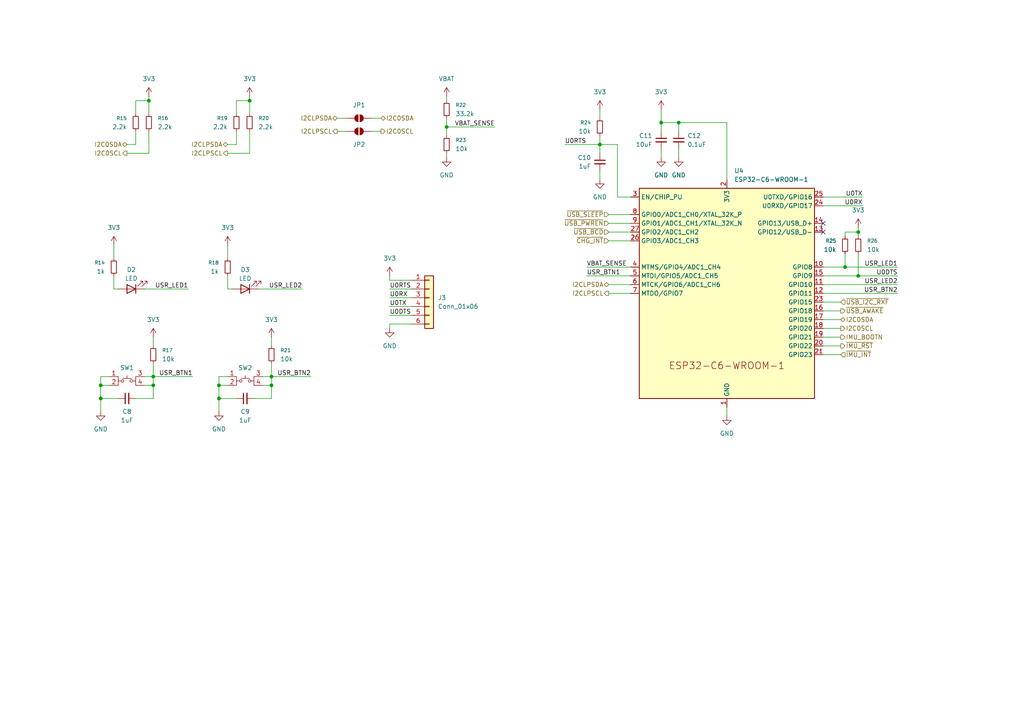
<source format=kicad_sch>
(kicad_sch (version 20250114) (generator "eeschema") (generator_version "9.0")
  (paper "A4")
  (lib_symbols
    (symbol "Connector_Generic:Conn_01x06" (pin_names (offset 1.016) (hide yes))
      (property "Reference" "J" (at 0 7.62 0))
      (property "Value" "Conn_01x06" (at 0 -10.16 0))
      (symbol "Conn_01x06_1_1"
        (rectangle (start -1.27 6.35) (end 1.27 -8.89) (stroke (width 0.254)) (fill (type background)))
        (rectangle (start -1.27 5.207) (end 0 4.953) (stroke (width 0.1524)))
        (rectangle (start -1.27 2.667) (end 0 2.413) (stroke (width 0.1524)))
        (rectangle (start -1.27 0.127) (end 0 -0.127) (stroke (width 0.1524)))
        (rectangle (start -1.27 -2.413) (end 0 -2.667) (stroke (width 0.1524)))
        (rectangle (start -1.27 -4.953) (end 0 -5.207) (stroke (width 0.1524)))
        (rectangle (start -1.27 -7.493) (end 0 -7.747) (stroke (width 0.1524)))
        (pin passive line (at -5.08 5.08 0) (length 3.81) (name "Pin_1") (number "1"))
        (pin passive line (at -5.08 2.54 0) (length 3.81) (name "Pin_2") (number "2"))
        (pin passive line (at -5.08 0 0) (length 3.81) (name "Pin_3") (number "3"))
        (pin passive line (at -5.08 -2.54 0) (length 3.81) (name "Pin_4") (number "4"))
        (pin passive line (at -5.08 -5.08 0) (length 3.81) (name "Pin_5") (number "5"))
        (pin passive line (at -5.08 -7.62 0) (length 3.81) (name "Pin_6") (number "6"))
      )
    )
    (symbol "Device:C_Small" (pin_numbers (hide yes)) (pin_names (offset 0.254) (hide yes))
      (property "Reference" "C" (at 0.254 1.778 0))
      (property "Value" "C_Small" (at 0.254 -2.032 0))
      (symbol "C_Small_0_1"
        (polyline (pts (xy -1.524 0.508) (xy 1.524 0.508)) (stroke (width 0.3048)))
        (polyline (pts (xy -1.524 -0.508) (xy 1.524 -0.508)) (stroke (width 0.3302)))
      )
      (symbol "C_Small_1_1"
        (pin passive line (at 0 2.54 270) (length 2.032) (name "~") (number "1"))
        (pin passive line (at 0 -2.54 90) (length 2.032) (name "~") (number "2"))
      )
    )
    (symbol "Device:LED" (pin_numbers (hide yes)) (pin_names (offset 1.016) (hide yes))
      (property "Reference" "D" (at 0 2.54 0))
      (property "Value" "LED" (at 0 -2.54 0))
      (symbol "LED_0_1"
        (polyline (pts (xy -3.048 -0.762) (xy -4.572 -2.286) (xy -3.81 -2.286) (xy -4.572 -2.286) (xy -4.572 -1.524)))
        (polyline (pts (xy -1.778 -0.762) (xy -3.302 -2.286) (xy -2.54 -2.286) (xy -3.302 -2.286) (xy -3.302 -1.524)))
        (polyline (pts (xy -1.27 0) (xy 1.27 0)))
        (polyline (pts (xy -1.27 -1.27) (xy -1.27 1.27)) (stroke (width 0.254)))
        (polyline (pts (xy 1.27 -1.27) (xy 1.27 1.27) (xy -1.27 0) (xy 1.27 -1.27)) (stroke (width 0.254)))
      )
      (symbol "LED_1_1"
        (pin passive line (at -3.81 0 0) (length 2.54) (name "K") (number "1"))
        (pin passive line (at 3.81 0 180) (length 2.54) (name "A") (number "2"))
      )
    )
    (symbol "Device:R_Small" (pin_numbers (hide yes)) (pin_names (offset 0.254) (hide yes))
      (property "Reference" "R" (at 0 0 90))
      (property "Value" "R_Small" (at 1.778 0 90))
      (symbol "R_Small_0_1"
        (rectangle (start -0.762 1.778) (end 0.762 -1.778) (stroke (width 0.2032)))
      )
      (symbol "R_Small_1_1"
        (pin passive line (at 0 2.54 270) (length 0.762) (name "~") (number "1"))
        (pin passive line (at 0 -2.54 90) (length 0.762) (name "~") (number "2"))
      )
    )
    (symbol "Jumper:SolderJumper_2_Open" (pin_numbers (hide yes)) (pin_names (offset 0) (hide yes)) (in_bom no)
      (property "Reference" "JP" (at 0 2.032 0))
      (property "Value" "SolderJumper_2_Open" (at 0 -2.54 0))
      (symbol "SolderJumper_2_Open_0_1"
        (polyline (pts (xy -0.254 1.016) (xy -0.254 -1.016)))
        (arc (start -0.254 -1.016) (mid -1.2656 0) (end -0.254 1.016))
        (arc (start -0.254 -1.016) (mid -1.2656 0) (end -0.254 1.016) (fill (type outline)))
        (arc (start 0.254 1.016) (mid 1.2656 0) (end 0.254 -1.016))
        (arc (start 0.254 1.016) (mid 1.2656 0) (end 0.254 -1.016) (fill (type outline)))
        (polyline (pts (xy 0.254 1.016) (xy 0.254 -1.016)))
      )
      (symbol "SolderJumper_2_Open_1_1"
        (pin passive line (at -3.81 0 0) (length 2.54) (name "A") (number "1"))
        (pin passive line (at 3.81 0 180) (length 2.54) (name "B") (number "2"))
      )
    )
    (symbol "PCM_Espressif:ESP32-C6-WROOM-1"
      (property "Reference" "U" (at -25.4 35.56 0))
      (property "Value" "ESP32-C6-WROOM-1" (at -25.4 33.02 0))
      (symbol "ESP32-C6-WROOM-1_0_0"
        (text "ESP32-C6-WROOM-1" (at 0 -20.955 0) (effects (font (size 2 2))))
      )
      (symbol "ESP32-C6-WROOM-1_0_1"
        (rectangle (start -25.4 30.48) (end 25.4 -30.48) (stroke (width 0.254)) (fill (type background)))
      )
      (symbol "ESP32-C6-WROOM-1_1_1"
        (pin input line (at -27.94 27.94 0) (length 2.54) (name "EN/CHIP_PU") (number "3"))
        (pin bidirectional line (at -27.94 22.86 0) (length 2.54) (name "GPIO0/ADC1_CH0/XTAL_32K_P") (number "8"))
        (pin bidirectional line (at -27.94 20.32 0) (length 2.54) (name "GPIO1/ADC1_CH1/XTAL_32K_N") (number "9"))
        (pin bidirectional line (at -27.94 17.78 0) (length 2.54) (name "GPIO2/ADC1_CH2") (number "27"))
        (pin bidirectional line (at -27.94 15.24 0) (length 2.54) (name "GPIO3/ADC1_CH3") (number "26"))
        (pin bidirectional line (at -27.94 7.62 0) (length 2.54) (name "MTMS/GPIO4/ADC1_CH4") (number "4"))
        (pin bidirectional line (at -27.94 5.08 0) (length 2.54) (name "MTDI/GPIO5/ADC1_CH5") (number "5"))
        (pin bidirectional line (at -27.94 2.54 0) (length 2.54) (name "MTCK/GPIO6/ADC1_CH6") (number "6"))
        (pin bidirectional line (at -27.94 0 0) (length 2.54) (name "MTDO/GPIO7") (number "7"))
        (pin no_connect line (at -25.4 -12.7 0) (length 2.54) (hide yes) (name "NC") (number "22"))
        (pin power_in line (at 0 33.02 270) (length 2.54) (name "3V3") (number "2"))
        (pin power_in line (at 0 -33.02 90) (length 2.54) (name "GND") (number "1"))
        (pin passive line (at 0 -33.02 90) (length 2.54) (hide yes) (name "GND") (number "28"))
        (pin passive line (at 0 -33.02 90) (length 2.54) (hide yes) (name "GND") (number "29"))
        (pin bidirectional line (at 27.94 27.94 180) (length 2.54) (name "U0TXD/GPIO16") (number "25"))
        (pin bidirectional line (at 27.94 25.4 180) (length 2.54) (name "U0RXD/GPIO17") (number "24"))
        (pin bidirectional line (at 27.94 20.32 180) (length 2.54) (name "GPIO13/USB_D+") (number "14"))
        (pin bidirectional line (at 27.94 17.78 180) (length 2.54) (name "GPIO12/USB_D-") (number "13"))
        (pin bidirectional line (at 27.94 7.62 180) (length 2.54) (name "GPIO8") (number "10"))
        (pin bidirectional line (at 27.94 5.08 180) (length 2.54) (name "GPIO9") (number "15"))
        (pin bidirectional line (at 27.94 2.54 180) (length 2.54) (name "GPIO10") (number "11"))
        (pin bidirectional line (at 27.94 0 180) (length 2.54) (name "GPIO11") (number "12"))
        (pin bidirectional line (at 27.94 -2.54 180) (length 2.54) (name "GPIO15") (number "23"))
        (pin bidirectional line (at 27.94 -5.08 180) (length 2.54) (name "GPIO18") (number "16"))
        (pin bidirectional line (at 27.94 -7.62 180) (length 2.54) (name "GPIO19") (number "17"))
        (pin bidirectional line (at 27.94 -10.16 180) (length 2.54) (name "GPIO20") (number "18"))
        (pin bidirectional line (at 27.94 -12.7 180) (length 2.54) (name "GPIO21") (number "19"))
        (pin bidirectional line (at 27.94 -15.24 180) (length 2.54) (name "GPIO22") (number "20"))
        (pin bidirectional line (at 27.94 -17.78 180) (length 2.54) (name "GPIO23") (number "21"))
      )
    )
    (symbol "local-library:TACT-SPST"
      (property "Reference" "SW" (at 0 4.572 0))
      (symbol "TACT-SPST_0_0"
        (pin passive line (at -5.08 1.27 0) (length 2.54) (name "") (number "1"))
        (pin passive line (at -5.08 -1.27 0) (length 2.54) (name "") (number "2"))
        (pin passive line (at 5.08 1.27 180) (length 2.54) (name "") (number "3"))
        (pin passive line (at 5.08 -1.27 180) (length 2.54) (name "") (number "4"))
      )
      (symbol "TACT-SPST_0_1"
        (polyline (pts (xy -2.54 0) (xy -1.778 0)))
        (polyline (pts (xy -2.54 -1.27) (xy -2.54 1.27)))
        (circle (center -1.27 0) (radius 0.3592))
        (circle (center 1.27 0) (radius 0.3592))
        (polyline (pts (xy 1.778 0) (xy 2.54 0)))
        (polyline (pts (xy 2.54 -1.27) (xy 2.54 1.27)))
        (polyline (pts (xy 2.54 -1.27) (xy 2.54 -1.27)))
      )
      (symbol "TACT-SPST_1_1"
        (polyline (pts (xy -1.27 0.762) (xy 1.27 0.762)))
        (polyline (pts (xy 0 0.762) (xy 0 1.524)))
        (polyline (pts (xy 0 0.762) (xy 0 0.762)))
      )
    )
    (symbol "power:+1V0" (power) (pin_numbers (hide yes)) (pin_names (offset 0) (hide yes))
      (property "Value" "+1V0" (at 0 3.556 0))
      (symbol "+1V0_0_1"
        (polyline (pts (xy -0.762 1.27) (xy 0 2.54)))
        (polyline (pts (xy 0 2.54) (xy 0.762 1.27)))
        (polyline (pts (xy 0 0) (xy 0 2.54)))
      )
      (symbol "+1V0_1_1"
        (pin power_in line (at 0 0 90) (length 0) (name "~") (number "1"))
      )
    )
    (symbol "power:GND" (power) (pin_numbers (hide yes)) (pin_names (offset 0) (hide yes))
      (property "Value" "GND" (at 0 -3.81 0))
      (symbol "GND_0_1"
        (polyline (pts (xy 0 0) (xy 0 -1.27) (xy 1.27 -1.27) (xy 0 -2.54) (xy -1.27 -1.27) (xy 0 -1.27)))
      )
      (symbol "GND_1_1"
        (pin power_in line (at 0 0 270) (length 0) (name "~") (number "1"))
      )
    )
  )
  (junction (at 29.21 115.57))
  (junction (at 245.11 77.47))
  (junction (at 72.39 29.21))
  (junction (at 78.74 111.76))
  (junction (at 248.92 67.31))
  (junction (at 43.18 29.21))
  (junction (at 248.92 80.01))
  (junction (at 173.99 41.91))
  (junction (at 129.54 36.83))
  (junction (at 78.74 109.22))
  (junction (at 196.85 35.56))
  (junction (at 63.5 111.76))
  (junction (at 191.77 35.56))
  (junction (at 44.45 111.76))
  (junction (at 44.45 109.22))
  (junction (at 63.5 115.57))
  (junction (at 29.21 111.76))
  (no_connect (at 238.76 67.31))
  (no_connect (at 238.76 64.77))
  (wire (pts (xy 238.76 82.55) (xy 260.35 82.55)))
  (wire (pts (xy 238.76 77.47) (xy 245.11 77.47)))
  (wire (pts (xy 74.93 83.82) (xy 87.63 83.82)))
  (wire (pts (xy 113.03 93.98) (xy 113.03 95.25)))
  (wire (pts (xy 29.21 115.57) (xy 29.21 111.76)))
  (wire (pts (xy 248.92 66.04) (xy 248.92 67.31)))
  (wire (pts (xy 39.37 38.1) (xy 39.37 41.91)))
  (wire (pts (xy 113.03 88.9) (xy 119.38 88.9)))
  (wire (pts (xy 63.5 109.22) (xy 66.04 109.22)))
  (wire (pts (xy 29.21 119.38) (xy 29.21 115.57)))
  (wire (pts (xy 176.53 62.23) (xy 182.88 62.23)))
  (wire (pts (xy 72.39 38.1) (xy 72.39 44.45)))
  (wire (pts (xy 110.49 38.1) (xy 107.95 38.1)))
  (wire (pts (xy 170.18 80.01) (xy 182.88 80.01)))
  (wire (pts (xy 129.54 44.45) (xy 129.54 45.72)))
  (wire (pts (xy 78.74 97.79) (xy 78.74 100.33)))
  (wire (pts (xy 191.77 35.56) (xy 196.85 35.56)))
  (wire (pts (xy 78.74 109.22) (xy 78.74 105.41)))
  (wire (pts (xy 43.18 27.94) (xy 43.18 29.21)))
  (wire (pts (xy 176.53 82.55) (xy 182.88 82.55)))
  (wire (pts (xy 238.76 85.09) (xy 260.35 85.09)))
  (wire (pts (xy 238.76 80.01) (xy 248.92 80.01)))
  (wire (pts (xy 63.5 115.57) (xy 63.5 111.76)))
  (wire (pts (xy 39.37 115.57) (xy 44.45 115.57)))
  (wire (pts (xy 191.77 43.18) (xy 191.77 45.72)))
  (wire (pts (xy 29.21 115.57) (xy 34.29 115.57)))
  (wire (pts (xy 72.39 27.94) (xy 72.39 29.21)))
  (wire (pts (xy 245.11 67.31) (xy 248.92 67.31)))
  (wire (pts (xy 119.38 81.28) (xy 113.03 81.28)))
  (wire (pts (xy 238.76 59.69) (xy 250.19 59.69)))
  (wire (pts (xy 245.11 77.47) (xy 260.35 77.47)))
  (wire (pts (xy 129.54 34.29) (xy 129.54 36.83)))
  (wire (pts (xy 170.18 77.47) (xy 182.88 77.47)))
  (wire (pts (xy 248.92 73.66) (xy 248.92 80.01)))
  (wire (pts (xy 119.38 93.98) (xy 113.03 93.98)))
  (wire (pts (xy 248.92 80.01) (xy 260.35 80.01)))
  (wire (pts (xy 196.85 45.72) (xy 196.85 43.18)))
  (wire (pts (xy 113.03 86.36) (xy 119.38 86.36)))
  (wire (pts (xy 44.45 109.22) (xy 44.45 105.41)))
  (wire (pts (xy 63.5 111.76) (xy 66.04 111.76)))
  (wire (pts (xy 39.37 29.21) (xy 43.18 29.21)))
  (wire (pts (xy 238.76 57.15) (xy 250.19 57.15)))
  (wire (pts (xy 191.77 35.56) (xy 191.77 38.1)))
  (wire (pts (xy 29.21 109.22) (xy 31.75 109.22)))
  (wire (pts (xy 68.58 33.02) (xy 68.58 29.21)))
  (wire (pts (xy 238.76 92.71) (xy 243.84 92.71)))
  (wire (pts (xy 78.74 109.22) (xy 90.17 109.22)))
  (wire (pts (xy 113.03 83.82) (xy 119.38 83.82)))
  (wire (pts (xy 66.04 83.82) (xy 67.31 83.82)))
  (wire (pts (xy 173.99 31.75) (xy 173.99 34.29)))
  (wire (pts (xy 41.91 109.22) (xy 44.45 109.22)))
  (wire (pts (xy 63.5 111.76) (xy 63.5 109.22)))
  (wire (pts (xy 173.99 39.37) (xy 173.99 41.91)))
  (wire (pts (xy 36.83 41.91) (xy 39.37 41.91)))
  (wire (pts (xy 68.58 29.21) (xy 72.39 29.21)))
  (wire (pts (xy 176.53 85.09) (xy 182.88 85.09)))
  (wire (pts (xy 44.45 97.79) (xy 44.45 100.33)))
  (wire (pts (xy 173.99 49.53) (xy 173.99 52.07)))
  (wire (pts (xy 36.83 44.45) (xy 43.18 44.45)))
  (wire (pts (xy 66.04 44.45) (xy 72.39 44.45)))
  (wire (pts (xy 238.76 90.17) (xy 243.84 90.17)))
  (wire (pts (xy 66.04 80.01) (xy 66.04 83.82)))
  (wire (pts (xy 248.92 67.31) (xy 248.92 68.58)))
  (wire (pts (xy 245.11 67.31) (xy 245.11 68.58)))
  (wire (pts (xy 129.54 36.83) (xy 129.54 39.37)))
  (wire (pts (xy 29.21 111.76) (xy 31.75 111.76)))
  (wire (pts (xy 129.54 36.83) (xy 143.51 36.83)))
  (wire (pts (xy 129.54 27.94) (xy 129.54 29.21)))
  (wire (pts (xy 113.03 91.44) (xy 119.38 91.44)))
  (wire (pts (xy 182.88 57.15) (xy 179.07 57.15)))
  (wire (pts (xy 44.45 111.76) (xy 44.45 109.22)))
  (wire (pts (xy 110.49 34.29) (xy 107.95 34.29)))
  (wire (pts (xy 179.07 57.15) (xy 179.07 41.91)))
  (wire (pts (xy 73.66 115.57) (xy 78.74 115.57)))
  (wire (pts (xy 63.5 119.38) (xy 63.5 115.57)))
  (wire (pts (xy 44.45 115.57) (xy 44.45 111.76)))
  (wire (pts (xy 39.37 33.02) (xy 39.37 29.21)))
  (wire (pts (xy 97.79 38.1) (xy 100.33 38.1)))
  (wire (pts (xy 66.04 41.91) (xy 68.58 41.91)))
  (wire (pts (xy 76.2 109.22) (xy 78.74 109.22)))
  (wire (pts (xy 176.53 64.77) (xy 182.88 64.77)))
  (wire (pts (xy 41.91 111.76) (xy 44.45 111.76)))
  (wire (pts (xy 43.18 29.21) (xy 43.18 33.02)))
  (wire (pts (xy 196.85 38.1) (xy 196.85 35.56)))
  (wire (pts (xy 238.76 97.79) (xy 243.84 97.79)))
  (wire (pts (xy 33.02 71.12) (xy 33.02 74.93)))
  (wire (pts (xy 210.82 118.11) (xy 210.82 120.65)))
  (wire (pts (xy 29.21 111.76) (xy 29.21 109.22)))
  (wire (pts (xy 191.77 31.75) (xy 191.77 35.56)))
  (wire (pts (xy 173.99 41.91) (xy 179.07 41.91)))
  (wire (pts (xy 43.18 38.1) (xy 43.18 44.45)))
  (wire (pts (xy 78.74 115.57) (xy 78.74 111.76)))
  (wire (pts (xy 196.85 35.56) (xy 210.82 35.56)))
  (wire (pts (xy 238.76 87.63) (xy 243.84 87.63)))
  (wire (pts (xy 97.79 34.29) (xy 100.33 34.29)))
  (wire (pts (xy 173.99 41.91) (xy 173.99 44.45)))
  (wire (pts (xy 33.02 80.01) (xy 33.02 83.82)))
  (wire (pts (xy 238.76 95.25) (xy 243.84 95.25)))
  (wire (pts (xy 113.03 81.28) (xy 113.03 80.01)))
  (wire (pts (xy 210.82 35.56) (xy 210.82 52.07)))
  (wire (pts (xy 63.5 115.57) (xy 68.58 115.57)))
  (wire (pts (xy 72.39 29.21) (xy 72.39 33.02)))
  (wire (pts (xy 66.04 71.12) (xy 66.04 74.93)))
  (wire (pts (xy 44.45 109.22) (xy 55.88 109.22)))
  (wire (pts (xy 41.91 83.82) (xy 54.61 83.82)))
  (wire (pts (xy 245.11 73.66) (xy 245.11 77.47)))
  (wire (pts (xy 68.58 38.1) (xy 68.58 41.91)))
  (wire (pts (xy 238.76 102.87) (xy 243.84 102.87)))
  (wire (pts (xy 78.74 111.76) (xy 78.74 109.22)))
  (wire (pts (xy 33.02 83.82) (xy 34.29 83.82)))
  (wire (pts (xy 176.53 67.31) (xy 182.88 67.31)))
  (wire (pts (xy 76.2 111.76) (xy 78.74 111.76)))
  (wire (pts (xy 238.76 100.33) (xy 243.84 100.33)))
  (wire (pts (xy 176.53 69.85) (xy 182.88 69.85)))
  (wire (pts (xy 163.83 41.91) (xy 173.99 41.91)))
  (label "USR_LED2" (at 260.35 82.55 180))
  (label "U0TX" (at 250.19 57.15 180))
  (label "U0DTS" (at 260.35 80.01 180))
  (label "VBAT_SENSE" (at 170.18 77.47 0))
  (label "USR_BTN2" (at 90.17 109.22 180))
  (label "U0DTS" (at 113.03 91.44 0))
  (label "USR_LED1" (at 260.35 77.47 180))
  (label "U0RX" (at 113.03 86.36 0))
  (label "USR_BTN2" (at 260.35 85.09 180))
  (label "USR_LED1" (at 54.61 83.82 180))
  (label "USR_BTN1" (at 55.88 109.22 180))
  (label "U0RTS" (at 163.83 41.91 0))
  (label "USR_BTN1" (at 170.18 80.01 0))
  (label "U0RX" (at 250.19 59.69 180))
  (label "VBAT_SENSE" (at 143.51 36.83 180))
  (label "U0RTS" (at 113.03 83.82 0))
  (label "U0TX" (at 113.03 88.9 0))
  (label "USR_LED2" (at 87.63 83.82 180))
  (hierarchical_label "IMU_BOOTN" (shape output) (at 243.84 97.79 0))
  (hierarchical_label "I2C0SDA" (shape bidirectional) (at 243.84 92.71 0))
  (hierarchical_label "I2CLPSDA" (shape bidirectional) (at 97.79 34.29 180))
  (hierarchical_label "I2C0SCL" (shape output) (at 110.49 38.1 0))
  (hierarchical_label "~{USB_AWAKE}" (shape output) (at 243.84 90.17 0))
  (hierarchical_label "I2CLPSDA" (shape bidirectional) (at 176.53 82.55 180))
  (hierarchical_label "I2C0SDA" (shape bidirectional) (at 36.83 41.91 180))
  (hierarchical_label "~{USB_I2C_RXF}" (shape input) (at 243.84 87.63 0))
  (hierarchical_label "~{USB_BCD}" (shape input) (at 176.53 67.31 180))
  (hierarchical_label "~{USB_PWREN}" (shape input) (at 176.53 64.77 180))
  (hierarchical_label "I2CLPSCL" (shape output) (at 97.79 38.1 180))
  (hierarchical_label "I2CLPSCL" (shape output) (at 66.04 44.45 180))
  (hierarchical_label "I2C0SDA" (shape bidirectional) (at 110.49 34.29 0))
  (hierarchical_label "~{IMU_INT}" (shape input) (at 243.84 102.87 0))
  (hierarchical_label "~{CHG_INT}" (shape input) (at 176.53 69.85 180))
  (hierarchical_label "~{USB_SLEEP}" (shape input) (at 176.53 62.23 180))
  (hierarchical_label "I2C0SCL" (shape output) (at 243.84 95.25 0))
  (hierarchical_label "I2CLPSCL" (shape output) (at 176.53 85.09 180))
  (hierarchical_label "I2CLPSDA" (shape bidirectional) (at 66.04 41.91 180))
  (hierarchical_label "~{IMU_RST}" (shape output) (at 243.84 100.33 0))
  (hierarchical_label "I2C0SCL" (shape output) (at 36.83 44.45 180))
  (symbol (lib_id "Device:R_Small") (at 33.02 77.47 0) (unit 1)
    (property "Reference" "R14" (at 30.48 76.1999 0) (effects (font (size 1.016 1.016)) (justify right)))
    (property "Value" "1k" (at 30.48 78.7399 0) (effects (justify right)))
    (property "Footprint" "Resistor_SMD:R_0603_1608Metric" (effects (hide yes)))
    (property "Description" "Resistor, small symbol" (effects (hide yes)))
    (property "Part NO" "CRCW06031K00FKECC" (effects (hide yes)))
    (property "Manufacturer" "Vishay" (effects (hide yes)))
  )
  (symbol (lib_id "power:GND") (at 196.85 45.72 0) (unit 1)
    (property "Reference" "#PWR046" (effects (hide yes)))
    (property "Value" "GND" (at 196.85 50.8 0))
    (property "Description" "Power symbol creates a global label with name \"GND\" , ground" (effects (hide yes)))
  )
  (symbol (lib_id "Device:R_Small") (at 129.54 31.75 0) (mirror y) (unit 1)
    (property "Reference" "R22" (at 132.08 30.4799 0) (effects (font (size 1.016 1.016)) (justify right)))
    (property "Value" "33.2k" (at 132.08 33.0199 0) (effects (justify right)))
    (property "Footprint" "Resistor_SMD:R_0603_1608Metric" (effects (hide yes)))
    (property "Description" "Resistor, small symbol" (effects (hide yes)))
    (property "Part NO" "CRCW060333K2FKEAC" (effects (hide yes)))
    (property "Manufacturer" "Vishay" (effects (hide yes)))
  )
  (symbol (lib_id "Jumper:SolderJumper_2_Open") (at 104.14 38.1 0) (mirror x) (unit 1) (in_bom no) (on_board no)
    (property "Reference" "JP2" (at 104.14 41.91 0))
    (property "Value" "SolderJumper_2_Open" (effects (hide yes)))
    (property "Footprint" "Jumper:SolderJumper-2_P1.3mm_Open_Pad1.0x1.5mm" (effects (hide yes)))
    (property "Description" "Solder Jumper, 2-pole, open" (effects (hide yes)))
  )
  (symbol (lib_id "Device:R_Small") (at 173.99 36.83 0) (unit 1)
    (property "Reference" "R24" (at 171.45 35.5599 0) (effects (font (size 1.016 1.016)) (justify right)))
    (property "Value" "10k" (at 171.45 38.0999 0) (effects (justify right)))
    (property "Footprint" "Resistor_SMD:R_0603_1608Metric" (effects (hide yes)))
    (property "Description" "Resistor, small symbol" (effects (hide yes)))
    (property "Part NO" "CRCW060310K0FKECC" (effects (hide yes)))
    (property "Manufacturer" "Vishay" (effects (hide yes)))
  )
  (symbol (lib_id "Device:R_Small") (at 44.45 102.87 0) (mirror y) (unit 1)
    (property "Reference" "R17" (at 46.99 101.5999 0) (effects (font (size 1.016 1.016)) (justify right)))
    (property "Value" "10k" (at 46.99 104.1399 0) (effects (justify right)))
    (property "Footprint" "Resistor_SMD:R_0603_1608Metric" (effects (hide yes)))
    (property "Description" "Resistor, small symbol" (effects (hide yes)))
    (property "Part NO" "CRCW060310K0FKECC" (effects (hide yes)))
    (property "Manufacturer" "Vishay" (effects (hide yes)))
  )
  (symbol (lib_id "Device:C_Small") (at 71.12 115.57 90) (unit 1)
    (property "Reference" "C9" (at 71.1263 119.38 90))
    (property "Value" "1uF" (at 71.1263 121.92 90))
    (property "Footprint" "Capacitor_SMD:C_0603_1608Metric" (effects (hide yes)))
    (property "Description" "Unpolarized capacitor, small symbol" (effects (hide yes)))
    (property "Part NO" "GRM188R61A105KA61D" (effects (hide yes)))
    (property "Manufacturer" "Murata" (effects (hide yes)))
  )
  (symbol (lib_id "PCM_Espressif:ESP32-C6-WROOM-1") (at 210.82 85.09 0) (unit 1)
    (property "Reference" "U4" (at 212.9633 49.53 0) (effects (justify left)))
    (property "Value" "ESP32-C6-WROOM-1" (at 212.9633 52.07 0) (effects (justify left)))
    (property "Footprint" "PCM_Espressif:ESP32-C6-WROOM-1" (effects (hide yes)))
    (property "Datasheet" "https://www.espressif.com/sites/default/files/documentation/esp32-c6-wroom-1_wroom-1u_datasheet_en.pdf" (effects (hide yes)))
    (property "Description" "ESP32-C6-WROOM-1/U is a module that supports 2.4 GHz Wi-Fi 6 (802.11 ax), Bluetooth® 5 (LE), Zigbee and Thread (802.15.4)" (effects (hide yes)))
    (property "Part NO" "ESP32-C6-WROOM-1" (effects (hide yes)))
    (property "Manufacturer" "Espressif" (effects (hide yes)))
  )
  (symbol (lib_id "Device:R_Small") (at 68.58 35.56 0) (unit 1)
    (property "Reference" "R19" (at 66.04 34.2899 0) (effects (font (size 1.016 1.016)) (justify right)))
    (property "Value" "2.2k" (at 66.04 36.8299 0) (effects (justify right)))
    (property "Footprint" "Resistor_SMD:R_0603_1608Metric_Pad0.98x0.95mm_HandSolder" (effects (hide yes)))
    (property "Description" "Resistor, small symbol" (effects (hide yes)))
    (property "Part NO" "CRCW06032K20FKEAC" (effects (hide yes)))
    (property "Manufacturer" "Vishay" (effects (hide yes)))
  )
  (symbol (lib_id "power:+1V0") (at 248.92 66.04 0) (unit 1)
    (property "Reference" "#PWR048" (effects (hide yes)))
    (property "Value" "3V3" (at 248.92 60.96 0))
    (property "Description" "Power symbol creates a global label with name \"+1V0\"" (effects (hide yes)))
  )
  (symbol (lib_id "Jumper:SolderJumper_2_Open") (at 104.14 34.29 0) (unit 1) (in_bom no) (on_board no)
    (property "Reference" "JP1" (at 104.14 30.48 0))
    (property "Value" "SolderJumper_2_Open" (effects (hide yes)))
    (property "Footprint" "Jumper:SolderJumper-2_P1.3mm_Open_Pad1.0x1.5mm" (effects (hide yes)))
    (property "Description" "Solder Jumper, 2-pole, open" (effects (hide yes)))
  )
  (symbol (lib_id "power:GND") (at 210.82 120.65 0) (unit 1)
    (property "Reference" "#PWR047" (effects (hide yes)))
    (property "Value" "GND" (at 210.82 125.73 0))
    (property "Description" "Power symbol creates a global label with name \"GND\" , ground" (effects (hide yes)))
  )
  (symbol (lib_id "power:+1V0") (at 43.18 27.94 0) (mirror y) (unit 1)
    (property "Reference" "#PWR032" (effects (hide yes)))
    (property "Value" "3V3" (at 43.18 22.86 0))
    (property "Description" "Power symbol creates a global label with name \"+1V0\"" (effects (hide yes)))
  )
  (symbol (lib_id "power:+1V0") (at 33.02 71.12 0) (mirror y) (unit 1)
    (property "Reference" "#PWR031" (effects (hide yes)))
    (property "Value" "3V3" (at 33.02 66.04 0))
    (property "Description" "Power symbol creates a global label with name \"+1V0\"" (effects (hide yes)))
  )
  (symbol (lib_id "power:+1V0") (at 191.77 31.75 0) (mirror y) (unit 1)
    (property "Reference" "#PWR044" (effects (hide yes)))
    (property "Value" "3V3" (at 191.77 26.67 0))
    (property "Description" "Power symbol creates a global label with name \"+1V0\"" (effects (hide yes)))
  )
  (symbol (lib_id "Device:C_Small") (at 36.83 115.57 90) (unit 1)
    (property "Reference" "C8" (at 36.8363 119.38 90))
    (property "Value" "1uF" (at 36.8363 121.92 90))
    (property "Footprint" "Capacitor_SMD:C_0603_1608Metric" (effects (hide yes)))
    (property "Description" "Unpolarized capacitor, small symbol" (effects (hide yes)))
    (property "Part NO" "GRM188R61A105KA61D" (effects (hide yes)))
    (property "Manufacturer" "Murata" (effects (hide yes)))
  )
  (symbol (lib_id "power:GND") (at 63.5 119.38 0) (unit 1)
    (property "Reference" "#PWR034" (effects (hide yes)))
    (property "Value" "GND" (at 63.5 124.46 0))
    (property "Description" "Power symbol creates a global label with name \"GND\" , ground" (effects (hide yes)))
  )
  (symbol (lib_id "power:+1V0") (at 129.54 27.94 0) (unit 1)
    (property "Reference" "#PWR040" (effects (hide yes)))
    (property "Value" "VBAT" (at 129.54 22.86 0))
    (property "Description" "Power symbol creates a global label with name \"+1V0\"" (effects (hide yes)))
  )
  (symbol (lib_id "power:+1V0") (at 173.99 31.75 0) (mirror y) (unit 1)
    (property "Reference" "#PWR042" (effects (hide yes)))
    (property "Value" "3V3" (at 173.99 26.67 0))
    (property "Description" "Power symbol creates a global label with name \"+1V0\"" (effects (hide yes)))
  )
  (symbol (lib_id "Device:R_Small") (at 248.92 71.12 0) (mirror y) (unit 1)
    (property "Reference" "R26" (at 251.46 69.8499 0) (effects (font (size 1.016 1.016)) (justify right)))
    (property "Value" "10k" (at 251.46 72.3899 0) (effects (justify right)))
    (property "Footprint" "Resistor_SMD:R_0603_1608Metric" (effects (hide yes)))
    (property "Description" "Resistor, small symbol" (effects (hide yes)))
    (property "Part NO" "CRCW060310K0FKECC" (effects (hide yes)))
    (property "Manufacturer" "Vishay" (effects (hide yes)))
  )
  (symbol (lib_id "power:GND") (at 29.21 119.38 0) (unit 1)
    (property "Reference" "#PWR030" (effects (hide yes)))
    (property "Value" "GND" (at 29.21 124.46 0))
    (property "Description" "Power symbol creates a global label with name \"GND\" , ground" (effects (hide yes)))
  )
  (symbol (lib_id "power:+1V0") (at 72.39 27.94 0) (mirror y) (unit 1)
    (property "Reference" "#PWR036" (effects (hide yes)))
    (property "Value" "3V3" (at 72.39 22.86 0))
    (property "Description" "Power symbol creates a global label with name \"+1V0\"" (effects (hide yes)))
  )
  (symbol (lib_id "Device:R_Small") (at 245.11 71.12 0) (unit 1)
    (property "Reference" "R25" (at 242.57 69.8499 0) (effects (font (size 1.016 1.016)) (justify right)))
    (property "Value" "10k" (at 242.57 72.3899 0) (effects (justify right)))
    (property "Footprint" "Resistor_SMD:R_0603_1608Metric" (effects (hide yes)))
    (property "Description" "Resistor, small symbol" (effects (hide yes)))
    (property "Part NO" "CRCW060310K0FKECC" (effects (hide yes)))
    (property "Manufacturer" "Vishay" (effects (hide yes)))
  )
  (symbol (lib_id "Device:R_Small") (at 43.18 35.56 0) (mirror y) (unit 1)
    (property "Reference" "R16" (at 45.72 34.2899 0) (effects (font (size 1.016 1.016)) (justify right)))
    (property "Value" "2.2k" (at 45.72 36.8299 0) (effects (justify right)))
    (property "Footprint" "Resistor_SMD:R_0603_1608Metric" (effects (hide yes)))
    (property "Description" "Resistor, small symbol" (effects (hide yes)))
    (property "Part NO" "CRCW06032K20FKEAC" (effects (hide yes)))
    (property "Manufacturer" "Vishay" (effects (hide yes)))
  )
  (symbol (lib_id "Device:C_Small") (at 173.99 46.99 0) (unit 1)
    (property "Reference" "C10" (at 171.45 45.7262 0) (effects (justify right)))
    (property "Value" "1uF" (at 171.45 48.2662 0) (effects (justify right)))
    (property "Footprint" "Capacitor_SMD:C_0603_1608Metric" (effects (hide yes)))
    (property "Description" "Unpolarized capacitor, small symbol" (effects (hide yes)))
    (property "Part NO" "GRM188R61A105KA61D" (effects (hide yes)))
    (property "Manufacturer" "Murata" (effects (hide yes)))
  )
  (symbol (lib_id "Device:R_Small") (at 39.37 35.56 0) (unit 1)
    (property "Reference" "R15" (at 36.83 34.2899 0) (effects (font (size 1.016 1.016)) (justify right)))
    (property "Value" "2.2k" (at 36.83 36.8299 0) (effects (justify right)))
    (property "Footprint" "Resistor_SMD:R_0603_1608Metric" (effects (hide yes)))
    (property "Description" "Resistor, small symbol" (effects (hide yes)))
    (property "Part NO" "CRCW06032K20FKEAC" (effects (hide yes)))
    (property "Manufacturer" "Vishay" (effects (hide yes)))
  )
  (symbol (lib_id "power:+1V0") (at 44.45 97.79 0) (mirror y) (unit 1)
    (property "Reference" "#PWR033" (effects (hide yes)))
    (property "Value" "3V3" (at 44.45 92.71 0))
    (property "Description" "Power symbol creates a global label with name \"+1V0\"" (effects (hide yes)))
  )
  (symbol (lib_id "Device:C_Small") (at 196.85 40.64 0) (mirror y) (unit 1)
    (property "Reference" "C12" (at 199.39 39.3762 0) (effects (justify right)))
    (property "Value" "0.1uF" (at 199.39 41.9162 0) (effects (justify right)))
    (property "Footprint" "Capacitor_SMD:C_0603_1608Metric" (effects (hide yes)))
    (property "Description" "Unpolarized capacitor, small symbol" (effects (hide yes)))
    (property "Part NO" "GCJ188R71H104KA12D" (effects (hide yes)))
    (property "Manufacturer" "Murata" (effects (hide yes)))
  )
  (symbol (lib_id "Device:C_Small") (at 191.77 40.64 0) (unit 1)
    (property "Reference" "C11" (at 189.23 39.3762 0) (effects (justify right)))
    (property "Value" "10uF" (at 189.23 41.9162 0) (effects (justify right)))
    (property "Footprint" "Capacitor_SMD:C_0603_1608Metric" (effects (hide yes)))
    (property "Description" "Unpolarized capacitor, small symbol" (effects (hide yes)))
    (property "Part NO" "GRM188R60G106ME47J" (effects (hide yes)))
    (property "Manufacturer" "Murata" (effects (hide yes)))
  )
  (symbol (lib_id "Device:R_Small") (at 66.04 77.47 0) (unit 1)
    (property "Reference" "R18" (at 63.5 76.1999 0) (effects (font (size 1.016 1.016)) (justify right)))
    (property "Value" "1k" (at 63.5 78.7399 0) (effects (justify right)))
    (property "Footprint" "Resistor_SMD:R_0603_1608Metric" (effects (hide yes)))
    (property "Description" "Resistor, small symbol" (effects (hide yes)))
    (property "Part NO" "CRCW06031K00FKECC" (effects (hide yes)))
    (property "Manufacturer" "Vishay" (effects (hide yes)))
  )
  (symbol (lib_id "Device:R_Small") (at 129.54 41.91 0) (mirror y) (unit 1)
    (property "Reference" "R23" (at 132.08 40.6399 0) (effects (font (size 1.016 1.016)) (justify right)))
    (property "Value" "10k" (at 132.08 43.1799 0) (effects (justify right)))
    (property "Footprint" "Resistor_SMD:R_0603_1608Metric" (effects (hide yes)))
    (property "Description" "Resistor, small symbol" (effects (hide yes)))
    (property "Part NO" "CRCW060310K0FKECC" (effects (hide yes)))
    (property "Manufacturer" "Vishay" (effects (hide yes)))
  )
  (symbol (lib_id "local-library:TACT-SPST") (at 71.12 110.49 0) (unit 1)
    (property "Reference" "SW2" (at 71.12 106.68 0))
    (property "Footprint" "TL1105AF160Q:SW_TL1105AF160Q" (effects (hide yes)))
    (property "Part NO" "TL1105AF160Q" (effects (hide yes)))
    (property "Manufacturer" "E-Switch" (effects (hide yes)))
  )
  (symbol (lib_id "power:GND") (at 129.54 45.72 0) (unit 1)
    (property "Reference" "#PWR041" (effects (hide yes)))
    (property "Value" "GND" (at 129.54 50.8 0))
    (property "Description" "Power symbol creates a global label with name \"GND\" , ground" (effects (hide yes)))
  )
  (symbol (lib_id "Connector_Generic:Conn_01x06") (at 124.46 86.36 0) (unit 1) (in_bom no) (on_board no)
    (property "Reference" "J3" (at 127 86.3599 0) (effects (justify left)))
    (property "Value" "Conn_01x06" (at 127 88.8999 0) (effects (justify left)))
    (property "Footprint" "Connector_PinHeader_2.54mm:PinHeader_2x03_P2.54mm_Vertical" (effects (hide yes)))
    (property "Description" "Generic connector, single row, 01x06, script generated (kicad-library-utils/schlib/autogen/connector/)" (effects (hide yes)))
  )
  (symbol (lib_id "Device:R_Small") (at 78.74 102.87 0) (mirror y) (unit 1)
    (property "Reference" "R21" (at 81.28 101.5999 0) (effects (font (size 1.016 1.016)) (justify right)))
    (property "Value" "10k" (at 81.28 104.1399 0) (effects (justify right)))
    (property "Footprint" "Resistor_SMD:R_0603_1608Metric" (effects (hide yes)))
    (property "Description" "Resistor, small symbol" (effects (hide yes)))
    (property "Part NO" "CRCW060310K0FKECC" (effects (hide yes)))
    (property "Manufacturer" "Vishay" (effects (hide yes)))
  )
  (symbol (lib_id "power:GND") (at 191.77 45.72 0) (unit 1)
    (property "Reference" "#PWR045" (effects (hide yes)))
    (property "Value" "GND" (at 191.77 50.8 0))
    (property "Description" "Power symbol creates a global label with name \"GND\" , ground" (effects (hide yes)))
  )
  (symbol (lib_id "Device:LED") (at 38.1 83.82 180) (unit 1)
    (property "Reference" "D2" (at 38.1 78.232 0))
    (property "Value" "LED" (at 38.1 80.772 0))
    (property "Footprint" "LED_SMD:LED_0603_1608Metric_Pad1.05x0.95mm_HandSolder" (effects (hide yes)))
    (property "Description" "Light emitting diode" (effects (hide yes)))
    (property "Sim.Pins" "1=K 2=A" (effects (hide yes)))
    (property "Part NO" "150060GS75000" (effects (hide yes)))
    (property "Manufacturer" "Wurth Elektronik" (effects (hide yes)))
  )
  (symbol (lib_id "power:+1V0") (at 66.04 71.12 0) (mirror y) (unit 1)
    (property "Reference" "#PWR035" (effects (hide yes)))
    (property "Value" "3V3" (at 66.04 66.04 0))
    (property "Description" "Power symbol creates a global label with name \"+1V0\"" (effects (hide yes)))
  )
  (symbol (lib_id "Device:R_Small") (at 72.39 35.56 0) (mirror y) (unit 1)
    (property "Reference" "R20" (at 74.93 34.2899 0) (effects (font (size 1.016 1.016)) (justify right)))
    (property "Value" "2.2k" (at 74.93 36.8299 0) (effects (justify right)))
    (property "Footprint" "Resistor_SMD:R_0603_1608Metric_Pad0.98x0.95mm_HandSolder" (effects (hide yes)))
    (property "Description" "Resistor, small symbol" (effects (hide yes)))
    (property "Part NO" "CRCW06032K20FKEAC" (effects (hide yes)))
    (property "Manufacturer" "Vishay" (effects (hide yes)))
  )
  (symbol (lib_id "power:GND") (at 173.99 52.07 0) (unit 1)
    (property "Reference" "#PWR043" (effects (hide yes)))
    (property "Value" "GND" (at 173.99 57.15 0))
    (property "Description" "Power symbol creates a global label with name \"GND\" , ground" (effects (hide yes)))
  )
  (symbol (lib_id "power:GND") (at 113.03 95.25 0) (unit 1)
    (property "Reference" "#PWR039" (effects (hide yes)))
    (property "Value" "GND" (at 113.03 100.33 0))
    (property "Description" "Power symbol creates a global label with name \"GND\" , ground" (effects (hide yes)))
  )
  (symbol (lib_id "power:+1V0") (at 113.03 80.01 0) (unit 1)
    (property "Reference" "#PWR038" (effects (hide yes)))
    (property "Value" "3V3" (at 113.03 74.93 0))
    (property "Description" "Power symbol creates a global label with name \"+1V0\"" (effects (hide yes)))
  )
  (symbol (lib_id "power:+1V0") (at 78.74 97.79 0) (mirror y) (unit 1)
    (property "Reference" "#PWR037" (effects (hide yes)))
    (property "Value" "3V3" (at 78.74 92.71 0))
    (property "Description" "Power symbol creates a global label with name \"+1V0\"" (effects (hide yes)))
  )
  (symbol (lib_id "local-library:TACT-SPST") (at 36.83 110.49 0) (unit 1)
    (property "Reference" "SW1" (at 36.83 106.68 0))
    (property "Footprint" "TL1105AF160Q:SW_TL1105AF160Q" (effects (hide yes)))
    (property "Part NO" "TL1105AF160Q" (effects (hide yes)))
    (property "Manufacturer" "E-Switch" (effects (hide yes)))
  )
  (symbol (lib_id "Device:LED") (at 71.12 83.82 180) (unit 1)
    (property "Reference" "D3" (at 71.12 78.232 0))
    (property "Value" "LED" (at 71.12 80.772 0))
    (property "Footprint" "LED_SMD:LED_0603_1608Metric_Pad1.05x0.95mm_HandSolder" (effects (hide yes)))
    (property "Description" "Light emitting diode" (effects (hide yes)))
    (property "Sim.Pins" "1=K 2=A" (effects (hide yes)))
    (property "Part NO" "150060GS75000" (effects (hide yes)))
    (property "Manufacturer" "Wurth Elektronik" (effects (hide yes)))
  )
)
</source>
